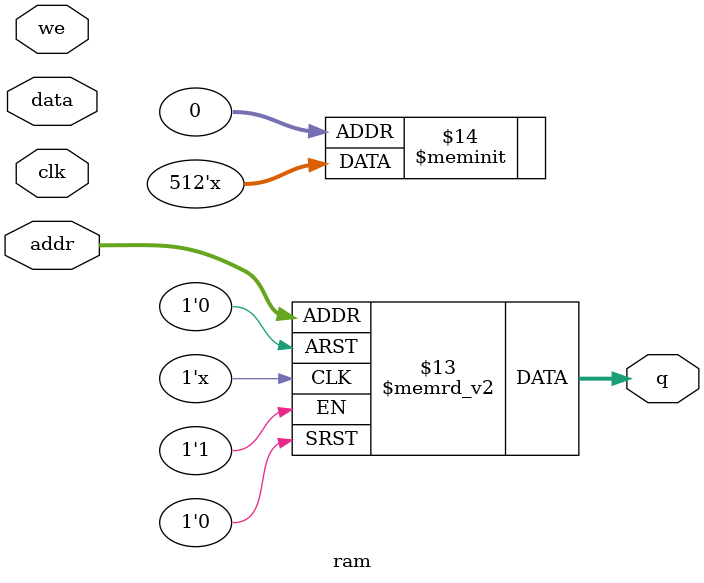
<source format=v>
module ram
(
input [7:0] data,
input [5:0] addr,
input we, clk,
output [7:0] q
);
reg [7:0] ram[63:0];
// when we is high, write data to ram at address addr
// assign the ram value at address addr to q
always @ (clk)
begin
if (we)
ram[addr] <= data;
q <= ram[addr];
end
endmodule

</source>
